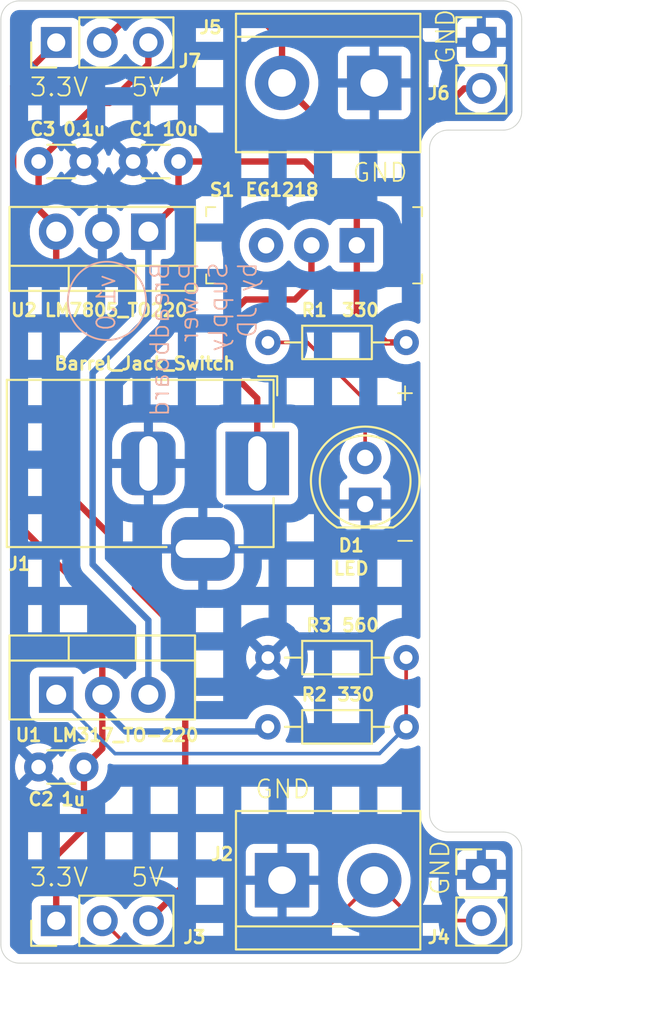
<source format=kicad_pcb>
(kicad_pcb (version 20241229) (generator "pcbnew") (generator_version "9.0")
  (title_block (title "Breadboard Power Supply") (date "2025-09-04") (rev "1.0") (company "https://www.michellemaia.com"))
  (layers (0 "F.Cu" signal) (2 "B.Cu" signal) (13 "F.Paste" user) (15 "B.Paste" user) (5 "F.SilkS" user "F.Silkscreen") (7 "B.SilkS" user "B.Silkscreen") (1 "F.Mask" user) (3 "B.Mask" user) (25 "Edge.Cuts" user))
  (net 0 "")
  (net 1 "/12V")
  (net 2 "GND")
  (net 3 "/3.3V")
  (net 4 "/5V")
  (net 5 "Net-(D1-A)")
  (net 6 "/PWR_input")
  (net 7 "/PWR_OUT_BOT")
  (net 8 "/PWR_OUT_TOP")
  (net 9 "Net-(U1-ADJ)")
  (footprint "LED_THT:LED_D5.0mm" (layer "F.Cu") (at 72.398 89.413 90)
    (property "Reference" "D1" (at -2.281 -0.77 0) (layer "F.SilkS") (effects (font (size 0.7 0.7))))
    (property "Value" "LED" (at -3.551 -0.77 0) (layer "F.SilkS") (effects (font (size 0.7 0.7))))
    (fp_line (start -1.29 -1.545) (end -1.29 1.545) (stroke (width 0.12)) (layer "F.SilkS"))
    (fp_arc (start -1.29 -1.54483) (mid 2.071779 -2.880495) (end 4.26 0) (stroke (width 0.12)) (layer "F.SilkS"))
    (fp_arc (start 4.26 0) (mid 2.071779 2.880495) (end -1.29 1.54483) (stroke (width 0.12)) (layer "F.SilkS"))
    (fp_circle (center 1.27 0) (end 3.77 0) (stroke (width 0.12)) (fill no) (layer "F.SilkS"))
    (pad "1" thru_hole rect (at 0 0 90) (size 1.8 1.8) (drill 0.9) (layers "*.Cu" "*.Mask") (net 2 "GND"))
    (pad "2" thru_hole circle (at 2.54 0 90) (size 1.8 1.8) (drill 0.9) (layers "*.Cu" "*.Mask") (net 5 "Net-(D1-A)"))
  )
  (footprint "Capacitor_THT:C_Disc_D3.0mm_W1.6mm_P2.50mm" (layer "F.Cu") (at 62.112 70.5612 180)
    (property "Reference" "C1" (at 2.015 1.778 0) (layer "F.SilkS") (effects (font (size 0.7 0.7))))
    (property "Value" "10u" (at -0.118 1.778 0) (layer "F.SilkS") (effects (font (size 0.7 0.7))))
    (fp_line (start 2.015 0.92) (end 0.485 0.92) (stroke (width 0.12)) (layer "F.SilkS"))
    (fp_line (start 0.485 -0.92) (end 2.015 -0.92) (stroke (width 0.12)) (layer "F.SilkS"))
    (pad "1" thru_hole circle (at 0 0 180) (size 1.6 1.6) (drill 0.8) (layers "*.Cu" "*.Mask") (net 1 "/12V"))
    (pad "2" thru_hole circle (at 2.5 0 180) (size 1.6 1.6) (drill 0.8) (layers "*.Cu" "*.Mask") (net 2 "GND"))
  )
  (footprint "TerminalBlock:TerminalBlock_bornier-2_P5.08mm" (layer "F.Cu") (at 72.898 66.238 180)
    (property "Reference" "J5" (at 9.017 3.057504 0) (layer "F.SilkS") (effects (font (size 0.7 0.7))))
    (property "Value" "Screw_Terminal_01x02" (hide yes))
    (fp_line (start 7.62 3.81) (end 7.62 -3.81) (stroke (width 0.12)) (layer "F.SilkS"))
    (fp_line (start 7.62 2.54) (end -2.54 2.54) (stroke (width 0.12)) (layer "F.SilkS"))
    (fp_line (start 7.62 -3.81) (end -2.54 -3.81) (stroke (width 0.12)) (layer "F.SilkS"))
    (fp_line (start -2.54 3.81) (end 7.62 3.81) (stroke (width 0.12)) (layer "F.SilkS"))
    (fp_line (start -2.54 -3.81) (end -2.54 3.81) (stroke (width 0.12)) (layer "F.SilkS"))
    (pad "1" thru_hole rect (at 0 0 180) (size 3 3) (drill 1.52) (layers "*.Cu" "*.Mask") (net 2 "GND"))
    (pad "2" thru_hole circle (at 5.08 0 180) (size 3 3) (drill 1.52) (layers "*.Cu" "*.Mask") (net 8 "/PWR_OUT_TOP"))
  )
  (footprint "digikey-footprints:Switch_Slide_11.6x4mm_EG1218" (layer "F.Cu") (at 71.938 75.172 180)
    (property "Reference" "S1" (at 7.422 3.048 0) (layer "F.SilkS") (effects (font (size 0.7 0.7))))
    (property "Value" "EG1218" (at 4.12 3.048 0) (layer "F.SilkS") (effects (font (size 0.7 0.7))))
    (fp_line (start 8.3 2.1) (end 8.3 1.6) (stroke (width 0.1)) (layer "F.SilkS"))
    (fp_line (start 8.3 2.1) (end 7.8 2.1) (stroke (width 0.1)) (layer "F.SilkS"))
    (fp_line (start 8.3 -2.1) (end 8.3 -1.6) (stroke (width 0.1)) (layer "F.SilkS"))
    (fp_line (start 8.3 -2.1) (end 7.8 -2.1) (stroke (width 0.1)) (layer "F.SilkS"))
    (fp_line (start -3.6 2.1) (end -3.1 2.1) (stroke (width 0.1)) (layer "F.SilkS"))
    (fp_line (start -3.6 2.1) (end -3.6 1.6) (stroke (width 0.1)) (layer "F.SilkS"))
    (fp_line (start -3.6 -2.1) (end -3.1 -2.1) (stroke (width 0.1)) (layer "F.SilkS"))
    (fp_line (start -3.6 -2.1) (end -3.6 -1.6) (stroke (width 0.1)) (layer "F.SilkS"))
    (pad "1" thru_hole rect (at 0 0 180) (size 1.9 1.9) (drill 0.9) (layers "*.Cu" "*.Mask") (net 1 "/12V"))
    (pad "2" thru_hole circle (at 2.5 0 180) (size 1.9 1.9) (drill 0.9) (layers "*.Cu" "*.Mask") (net 6 "/PWR_input"))
    (pad "3" thru_hole circle (at 5 0 180) (size 1.9 1.9) (drill 0.9) (layers "*.Cu" "*.Mask"))
  )
  (footprint "Resistor_THT:R_Axial_DIN0204_L3.6mm_D1.6mm_P7.62mm_Horizontal" (layer "F.Cu") (at 67.038 80.518)
    (property "Reference" "R1" (at 2.558 -1.778 0) (layer "F.SilkS") (effects (font (size 0.7 0.7))))
    (property "Value" "330" (at 5.098 -1.778 0) (layer "F.SilkS") (effects (font (size 0.7 0.7))))
    (fp_line (start 0.94 0) (end 1.89 0) (stroke (width 0.12)) (layer "F.SilkS"))
    (fp_line (start 6.68 0) (end 5.73 0) (stroke (width 0.12)) (layer "F.SilkS"))
    (fp_rect (start 1.89 -0.92) (end 5.73 0.92) (stroke (width 0.12)) (fill no) (layer "F.SilkS"))
    (pad "1" thru_hole circle (at 0 0) (size 1.4 1.4) (drill 0.7) (layers "*.Cu" "*.Mask") (net 5 "Net-(D1-A)"))
    (pad "2" thru_hole circle (at 7.62 0) (size 1.4 1.4) (drill 0.7) (layers "*.Cu" "*.Mask") (net 1 "/12V"))
  )
  (footprint "Connector_PinHeader_2.54mm:PinHeader_1x03_P2.54mm_Vertical" (layer "F.Cu") (at 55.372 64.008 90)
    (property "Reference" "J7" (at -1.016 7.366 0) (layer "F.SilkS") (effects (font (size 0.7 0.7))))
    (property "Value" "Conn_01x03_Pin" (hide yes))
    (fp_line (start -1.38 -1.38) (end 0 -1.38) (stroke (width 0.12)) (layer "F.SilkS"))
    (fp_line (start -1.38 0) (end -1.38 -1.38) (stroke (width 0.12)) (layer "F.SilkS"))
    (fp_line (start 1.38 1.27) (end 1.38 6.46) (stroke (width 0.12)) (layer "F.SilkS"))
    (fp_line (start -1.38 1.27) (end 1.38 1.27) (stroke (width 0.12)) (layer "F.SilkS"))
    (fp_line (start -1.38 1.27) (end -1.38 6.46) (stroke (width 0.12)) (layer "F.SilkS"))
    (fp_line (start -1.38 6.46) (end 1.38 6.46) (stroke (width 0.12)) (layer "F.SilkS"))
    (pad "1" thru_hole rect (at 0 0 90) (size 1.7 1.7) (drill 1) (layers "*.Cu" "*.Mask") (net 3 "/3.3V"))
    (pad "2" thru_hole circle (at 0 2.54 90) (size 1.7 1.7) (drill 1) (layers "*.Cu" "*.Mask") (net 8 "/PWR_OUT_TOP"))
    (pad "3" thru_hole circle (at 0 5.08 90) (size 1.7 1.7) (drill 1) (layers "*.Cu" "*.Mask") (net 4 "/5V"))
  )
  (footprint "Resistor_THT:R_Axial_DIN0204_L3.6mm_D1.6mm_P7.62mm_Horizontal" (layer "F.Cu") (at 67.038 97.8662)
    (property "Reference" "R3" (at 2.812 -1.778 0) (layer "F.SilkS") (effects (font (size 0.7 0.7))))
    (property "Value" "560" (at 5.098 -1.778 0) (layer "F.SilkS") (effects (font (size 0.7 0.7))))
    (fp_line (start 0.94 0) (end 1.89 0) (stroke (width 0.12)) (layer "F.SilkS"))
    (fp_line (start 6.68 0) (end 5.73 0) (stroke (width 0.12)) (layer "F.SilkS"))
    (fp_rect (start 1.89 -0.92) (end 5.73 0.92) (stroke (width 0.12)) (fill no) (layer "F.SilkS"))
    (pad "1" thru_hole circle (at 0 0) (size 1.4 1.4) (drill 0.7) (layers "*.Cu" "*.Mask") (net 2 "GND"))
    (pad "2" thru_hole circle (at 7.62 0) (size 1.4 1.4) (drill 0.7) (layers "*.Cu" "*.Mask") (net 9 "Net-(U1-ADJ)"))
  )
  (footprint "Package_TO_SOT_THT:TO-220-3_Vertical" (layer "F.Cu") (at 60.452 74.422 180)
    (property "Reference" "U2" (at 6.858 -4.318 0) (layer "F.SilkS") (effects (font (size 0.7 0.7))))
    (property "Value" "LM7805_TO220" (at 1.778 -4.318 0) (layer "F.SilkS") (effects (font (size 0.7 0.7))))
    (fp_line (start 7.65 1.36) (end -2.57 1.36) (stroke (width 0.12)) (layer "F.SilkS"))
    (fp_line (start 7.65 -3.26) (end 7.65 1.36) (stroke (width 0.12)) (layer "F.SilkS"))
    (fp_line (start 4.39 -3.26) (end 4.39 -1.88) (stroke (width 0.12)) (layer "F.SilkS"))
    (fp_line (start 0.69 -3.26) (end 0.69 -1.88) (stroke (width 0.12)) (layer "F.SilkS"))
    (fp_line (start -2.57 1.36) (end -2.57 -3.26) (stroke (width 0.12)) (layer "F.SilkS"))
    (fp_line (start -2.57 -1.88) (end 7.65 -1.88) (stroke (width 0.12)) (layer "F.SilkS"))
    (fp_line (start -2.57 -3.26) (end 7.65 -3.26) (stroke (width 0.12)) (layer "F.SilkS"))
    (pad "1" thru_hole rect (at 0 0 180) (size 1.905 2) (drill 1.1) (layers "*.Cu" "*.Mask") (net 1 "/12V"))
    (pad "2" thru_hole oval (at 2.54 0 180) (size 1.905 2) (drill 1.1) (layers "*.Cu" "*.Mask") (net 2 "GND"))
    (pad "3" thru_hole oval (at 5.08 0 180) (size 1.905 2) (drill 1.1) (layers "*.Cu" "*.Mask") (net 4 "/5V"))
  )
  (footprint "Connector_PinHeader_2.54mm:PinHeader_1x03_P2.54mm_Vertical" (layer "F.Cu") (at 55.372 112.348 90)
    (property "Reference" "J3" (at -0.9044 7.62 180) (layer "F.SilkS") (effects (font (size 0.7 0.7))))
    (property "Value" "Conn_01x03_Pin" (hide yes))
    (fp_line (start -1.38 -1.38) (end 0 -1.38) (stroke (width 0.12)) (layer "F.SilkS"))
    (fp_line (start -1.38 0) (end -1.38 -1.38) (stroke (width 0.12)) (layer "F.SilkS"))
    (fp_line (start 1.38 1.27) (end 1.38 6.46) (stroke (width 0.12)) (layer "F.SilkS"))
    (fp_line (start -1.38 1.27) (end 1.38 1.27) (stroke (width 0.12)) (layer "F.SilkS"))
    (fp_line (start -1.38 1.27) (end -1.38 6.46) (stroke (width 0.12)) (layer "F.SilkS"))
    (fp_line (start -1.38 6.46) (end 1.38 6.46) (stroke (width 0.12)) (layer "F.SilkS"))
    (pad "1" thru_hole rect (at 0 0 90) (size 1.7 1.7) (drill 1) (layers "*.Cu" "*.Mask") (net 3 "/3.3V"))
    (pad "2" thru_hole circle (at 0 2.54 90) (size 1.7 1.7) (drill 1) (layers "*.Cu" "*.Mask") (net 7 "/PWR_OUT_BOT"))
    (pad "3" thru_hole circle (at 0 5.08 90) (size 1.7 1.7) (drill 1) (layers "*.Cu" "*.Mask") (net 4 "/5V"))
  )
  (footprint "Connector_PinHeader_2.54mm:PinHeader_1x02_P2.54mm_Vertical" (layer "F.Cu") (at 78.8 109.798)
    (property "Reference" "J4" (at -2.346 3.4544 0) (layer "F.SilkS") (effects (font (size 0.7 0.7))))
    (property "Value" "Conn_01x02_Pin" (hide yes))
    (fp_line (start -1.38 -1.38) (end 0 -1.38) (stroke (width 0.12)) (layer "F.SilkS"))
    (fp_line (start -1.38 0) (end -1.38 -1.38) (stroke (width 0.12)) (layer "F.SilkS"))
    (fp_line (start -1.38 1.27) (end -1.38 3.92) (stroke (width 0.12)) (layer "F.SilkS"))
    (fp_line (start -1.38 1.27) (end 1.38 1.27) (stroke (width 0.12)) (layer "F.SilkS"))
    (fp_line (start -1.38 3.92) (end 1.38 3.92) (stroke (width 0.12)) (layer "F.SilkS"))
    (fp_line (start 1.38 1.27) (end 1.38 3.92) (stroke (width 0.12)) (layer "F.SilkS"))
    (pad "1" thru_hole rect (at 0 0) (size 1.7 1.7) (drill 1) (layers "*.Cu" "*.Mask") (net 2 "GND"))
    (pad "2" thru_hole circle (at 0 2.54) (size 1.7 1.7) (drill 1) (layers "*.Cu" "*.Mask") (net 7 "/PWR_OUT_BOT"))
  )
  (footprint "Package_TO_SOT_THT:TO-220-3_Vertical" (layer "F.Cu") (at 55.372 99.9084)
    (property "Reference" "U1" (at -1.524 2.222 0) (layer "F.SilkS") (effects (font (size 0.7 0.7))))
    (property "Value" "LM317_TO-220" (at 3.81 2.222 0) (layer "F.SilkS") (effects (font (size 0.7 0.7))))
    (fp_line (start -2.57 -3.26) (end 7.65 -3.26) (stroke (width 0.12)) (layer "F.SilkS"))
    (fp_line (start -2.57 -1.88) (end 7.65 -1.88) (stroke (width 0.12)) (layer "F.SilkS"))
    (fp_line (start -2.57 1.36) (end -2.57 -3.26) (stroke (width 0.12)) (layer "F.SilkS"))
    (fp_line (start 0.69 -3.26) (end 0.69 -1.88) (stroke (width 0.12)) (layer "F.SilkS"))
    (fp_line (start 4.39 -3.26) (end 4.39 -1.88) (stroke (width 0.12)) (layer "F.SilkS"))
    (fp_line (start 7.65 -3.26) (end 7.65 1.36) (stroke (width 0.12)) (layer "F.SilkS"))
    (fp_line (start 7.65 1.36) (end -2.57 1.36) (stroke (width 0.12)) (layer "F.SilkS"))
    (pad "1" thru_hole rect (at 0 0) (size 1.905 2) (drill 1.1) (layers "*.Cu" "*.Mask") (net 9 "Net-(U1-ADJ)"))
    (pad "2" thru_hole oval (at 2.54 0) (size 1.905 2) (drill 1.1) (layers "*.Cu" "*.Mask") (net 3 "/3.3V"))
    (pad "3" thru_hole oval (at 5.08 0) (size 1.905 2) (drill 1.1) (layers "*.Cu" "*.Mask") (net 1 "/12V"))
  )
  (footprint "Capacitor_THT:C_Disc_D3.0mm_W1.6mm_P2.50mm" (layer "F.Cu") (at 54.4014 70.5612)
    (property "Reference" "C3" (at 0.234 -1.778 0) (layer "F.SilkS") (effects (font (size 0.7 0.7))))
    (property "Value" "0.1u" (at 2.52 -1.778 0) (layer "F.SilkS") (effects (font (size 0.7 0.7))))
    (fp_line (start 0.485 -0.92) (end 2.015 -0.92) (stroke (width 0.12)) (layer "F.SilkS"))
    (fp_line (start 2.015 0.92) (end 0.485 0.92) (stroke (width 0.12)) (layer "F.SilkS"))
    (pad "1" thru_hole circle (at 0 0) (size 1.6 1.6) (drill 0.8) (layers "*.Cu" "*.Mask") (net 4 "/5V"))
    (pad "2" thru_hole circle (at 2.5 0) (size 1.6 1.6) (drill 0.8) (layers "*.Cu" "*.Mask") (net 2 "GND"))
  )
  (footprint "Connector_BarrelJack:BarrelJack_Horizontal" (layer "F.Cu") (at 66.452 87.1805)
    (property "Reference" "J1" (at -13.112 5.5295 0) (layer "F.SilkS") (effects (font (size 0.7 0.7))))
    (property "Value" "Barrel_Jack_Switch" (at -6.2 -5.5 0) (layer "F.SilkS") (effects (font (size 0.7 0.7))))
    (fp_line (start -13.8 -4.6) (end 0.9 -4.6) (stroke (width 0.12)) (layer "F.SilkS"))
    (fp_line (start -13.8 4.6) (end -13.8 -4.6) (stroke (width 0.12)) (layer "F.SilkS"))
    (fp_line (start -5 4.6) (end -13.8 4.6) (stroke (width 0.12)) (layer "F.SilkS"))
    (fp_line (start 0.05 -4.8) (end 1.1 -4.8) (stroke (width 0.12)) (layer "F.SilkS"))
    (fp_line (start 0.9 -4.6) (end 0.9 -2) (stroke (width 0.12)) (layer "F.SilkS"))
    (fp_line (start 0.9 1.9) (end 0.9 4.6) (stroke (width 0.12)) (layer "F.SilkS"))
    (fp_line (start 0.9 4.6) (end -1 4.6) (stroke (width 0.12)) (layer "F.SilkS"))
    (fp_line (start 1.1 -3.75) (end 1.1 -4.8) (stroke (width 0.12)) (layer "F.SilkS"))
    (pad "1" thru_hole rect (at 0 0) (size 3.5 3.5) (drill oval 1 3) (layers "*.Cu" "*.Mask") (net 6 "/PWR_input"))
    (pad "2" thru_hole roundrect (at -6 0) (size 3 3.5) (drill oval 1 3) (layers "*.Cu" "*.Mask") (net 2 "GND"))
    (pad "3" thru_hole roundrect (at -3 4.7) (size 3.5 3.5) (drill oval 3 1) (layers "*.Cu" "*.Mask") (net 2 "GND"))
  )
  (footprint "Capacitor_THT:C_Disc_D3.0mm_W1.6mm_P2.50mm" (layer "F.Cu") (at 56.9014 103.886 180)
    (property "Reference" "C2" (at 2.364 -1.778 0) (layer "F.SilkS") (effects (font (size 0.7 0.7))))
    (property "Value" "1u" (at 0.586 -1.778 0) (layer "F.SilkS") (effects (font (size 0.7 0.7))))
    (fp_line (start 2.015 0.92) (end 0.485 0.92) (stroke (width 0.12)) (layer "F.SilkS"))
    (fp_line (start 0.485 -0.92) (end 2.015 -0.92) (stroke (width 0.12)) (layer "F.SilkS"))
    (pad "1" thru_hole circle (at 0 0 180) (size 1.6 1.6) (drill 0.8) (layers "*.Cu" "*.Mask") (net 3 "/3.3V"))
    (pad "2" thru_hole circle (at 2.5 0 180) (size 1.6 1.6) (drill 0.8) (layers "*.Cu" "*.Mask") (net 2 "GND"))
  )
  (footprint "TerminalBlock:TerminalBlock_bornier-2_P5.08mm" (layer "F.Cu") (at 67.818 110.118)
    (property "Reference" "J2" (at -3.302 -1.4376 0) (layer "F.SilkS") (effects (font (size 0.7 0.7))))
    (property "Value" "Screw_Terminal_01x02" (hide yes))
    (fp_line (start -2.54 -3.81) (end -2.54 3.81) (stroke (width 0.12)) (layer "F.SilkS"))
    (fp_line (start -2.54 3.81) (end 7.62 3.81) (stroke (width 0.12)) (layer "F.SilkS"))
    (fp_line (start 7.62 -3.81) (end -2.54 -3.81) (stroke (width 0.12)) (layer "F.SilkS"))
    (fp_line (start 7.62 2.54) (end -2.54 2.54) (stroke (width 0.12)) (layer "F.SilkS"))
    (fp_line (start 7.62 3.81) (end 7.62 -3.81) (stroke (width 0.12)) (layer "F.SilkS"))
    (pad "1" thru_hole rect (at 0 0) (size 3 3) (drill 1.52) (layers "*.Cu" "*.Mask") (net 2 "GND"))
    (pad "2" thru_hole circle (at 5.08 0) (size 3 3) (drill 1.52) (layers "*.Cu" "*.Mask") (net 7 "/PWR_OUT_BOT"))
  )
  (footprint "Connector_PinHeader_2.54mm:PinHeader_1x02_P2.54mm_Vertical" (layer "F.Cu") (at 78.8 64)
    (property "Reference" "J6" (at -2.346 2.802 0) (layer "F.SilkS") (effects (font (size 0.7 0.7))))
    (property "Value" "Conn_01x02_Pin" (hide yes))
    (fp_line (start -1.38 -1.38) (end 0 -1.38) (stroke (width 0.12)) (layer "F.SilkS"))
    (fp_line (start -1.38 0) (end -1.38 -1.38) (stroke (width 0.12)) (layer "F.SilkS"))
    (fp_line (start -1.38 1.27) (end -1.38 3.92) (stroke (width 0.12)) (layer "F.SilkS"))
    (fp_line (start -1.38 1.27) (end 1.38 1.27) (stroke (width 0.12)) (layer "F.SilkS"))
    (fp_line (start -1.38 3.92) (end 1.38 3.92) (stroke (width 0.12)) (layer "F.SilkS"))
    (fp_line (start 1.38 1.27) (end 1.38 3.92) (stroke (width 0.12)) (layer "F.SilkS"))
    (pad "1" thru_hole rect (at 0 0) (size 1.7 1.7) (drill 1) (layers "*.Cu" "*.Mask") (net 2 "GND"))
    (pad "2" thru_hole circle (at 0 2.54) (size 1.7 1.7) (drill 1) (layers "*.Cu" "*.Mask") (net 8 "/PWR_OUT_TOP"))
  )
  (footprint "Resistor_THT:R_Axial_DIN0204_L3.6mm_D1.6mm_P7.62mm_Horizontal" (layer "F.Cu") (at 74.658 101.6762 180)
    (property "Reference" "R2" (at 5.062 1.778 0) (layer "F.SilkS") (effects (font (size 0.7 0.7))))
    (property "Value" "330" (at 2.776 1.778 0) (layer "F.SilkS") (effects (font (size 0.7 0.7))))
    (fp_line (start 6.68 0) (end 5.73 0) (stroke (width 0.12)) (layer "F.SilkS"))
    (fp_line (start 0.94 0) (end 1.89 0) (stroke (width 0.12)) (layer "F.SilkS"))
    (fp_rect (start 1.89 -0.92) (end 5.73 0.92) (stroke (width 0.12)) (fill no) (layer "F.SilkS"))
    (pad "1" thru_hole circle (at 0 0 180) (size 1.4 1.4) (drill 0.7) (layers "*.Cu" "*.Mask") (net 9 "Net-(U1-ADJ)"))
    (pad "2" thru_hole circle (at 7.62 0 180) (size 1.4 1.4) (drill 0.7) (layers "*.Cu" "*.Mask") (net 3 "/3.3V"))
  )
  (gr_circle (center 58.169739 78.232) (end 56.645739 76.708) (stroke (width 0.1)) (fill no) (layer "B.SilkS"))
  (gr_line (start 80.01 114.681) (end 53.34 114.681) (stroke (width 0.05)) (layer "Edge.Cuts"))
  (gr_line (start 75.946 106.4514) (end 75.946 69.85) (stroke (width 0.05)) (layer "Edge.Cuts"))
  (gr_arc (start 52.324 62.738) (mid 52.62158 62.01958) (end 53.34 61.722) (stroke (width 0.05)) (layer "Edge.Cuts"))
  (gr_arc (start 80.01 107.4674) (mid 80.72842 107.76498) (end 81.026 108.4834) (stroke (width 0.05)) (layer "Edge.Cuts"))
  (gr_arc (start 81.026 67.818) (mid 80.72842 68.53642) (end 80.01 68.834) (stroke (width 0.05)) (layer "Edge.Cuts"))
  (gr_line (start 76.962 107.4674) (end 80.01 107.4674) (stroke (width 0.05)) (layer "Edge.Cuts"))
  (gr_line (start 52.324 62.738) (end 52.324 113.665) (stroke (width 0.05)) (layer "Edge.Cuts"))
  (gr_line (start 76.962 68.834) (end 80.01 68.834) (stroke (width 0.05)) (layer "Edge.Cuts"))
  (gr_arc (start 81.026 113.665) (mid 80.72842 114.38342) (end 80.01 114.681) (stroke (width 0.05)) (layer "Edge.Cuts"))
  (gr_line (start 81.026 67.818) (end 81.026 62.738) (stroke (width 0.05)) (layer "Edge.Cuts"))
  (gr_arc (start 80.01 61.722) (mid 80.72842 62.01958) (end 81.026 62.738) (stroke (width 0.05)) (layer "Edge.Cuts"))
  (gr_arc (start 53.34 114.681) (mid 52.62158 114.38342) (end 52.324 113.665) (stroke (width 0.05)) (layer "Edge.Cuts"))
  (gr_line (start 80.01 61.722) (end 53.34 61.722) (stroke (width 0.05)) (layer "Edge.Cuts"))
  (gr_arc (start 76.962 107.4674) (mid 76.24358 107.16982) (end 75.946 106.4514) (stroke (width 0.05)) (layer "Edge.Cuts"))
  (gr_line (start 81.026 113.665) (end 81.026 108.4834) (stroke (width 0.05)) (layer "Edge.Cuts"))
  (gr_arc (start 75.946 69.85) (mid 76.24358 69.13158) (end 76.962 68.834) (stroke (width 0.05)) (layer "Edge.Cuts"))
  (gr_text "3.3V" (at 53.848 67.056 0) (layer "F.SilkS") (effects (font (size 1 1) (thickness 0.1)) (justify left bottom)))
  (gr_text "GND" (at 66.2686 105.6894 0) (layer "F.SilkS") (effects (font (size 1 1) (thickness 0.1)) (justify left bottom)))
  (gr_text "3.3V" (at 53.848 110.5408 0) (layer "F.SilkS") (effects (font (size 1 1) (thickness 0.1)) (justify left bottom)))
  (gr_text "GND" (at 77.42 65.27 90) (layer "F.SilkS") (effects (font (size 1 1) (thickness 0.1)) (justify left bottom)))
  (gr_text "5V" (at 59.436 110.5408 0) (layer "F.SilkS") (effects (font (size 1 1) (thickness 0.1)) (justify left bottom)))
  (gr_text "+" (at 73.914 83.82 0) (layer "F.SilkS") (effects (font (size 1 1) (thickness 0.1)) (justify left bottom)))
  (gr_text "5V" (at 59.436 67.056 0) (layer "F.SilkS") (effects (font (size 1 1) (thickness 0.1)) (justify left bottom)))
  (gr_text "-" (at 73.914 91.948 0) (layer "F.SilkS") (effects (font (size 1 1) (thickness 0.1)) (justify left bottom)))
  (gr_text "GND" (at 71.628 71.755 0) (layer "F.SilkS") (effects (font (size 1 1) (thickness 0.1)) (justify left bottom)))
  (gr_text "GND" (at 77.1144 111.0234 90) (layer "F.SilkS") (effects (font (size 1 1) (thickness 0.1)) (justify left bottom)))
  (gr_text "v1.0" (at 58.709239 76.691311 90) (layer "B.SilkS") (effects (font (size 1 1) (thickness 0.1)) (justify left bottom mirror)))
  (gr_text "Breadboard\nPower\nSupply\nby JD" (at 66.5 76.026739 90) (layer "B.SilkS") (effects (font (size 1 1) (thickness 0.1)) (justify left bottom mirror)))
  (segment (start 69.088 70.5612) (end 62.112 70.5612) (width 0.35) (layer "F.Cu") (net 1))
  (segment (start 62.1284 71.9074) (end 62.112 71.891) (width 0.35) (layer "F.Cu") (net 1))
  (segment (start 60.452 74.422) (end 62.1284 72.7456) (width 0.35) (layer "F.Cu") (net 1))
  (segment (start 62.112 71.891) (end 62.112 70.5612) (width 0.35) (layer "F.Cu") (net 1))
  (segment (start 74.658 80.518) (end 73.5584 80.518) (width 0.35) (layer "F.Cu") (net 1))
  (segment (start 73.5584 80.518) (end 71.9328 78.8924) (width 0.35) (layer "F.Cu") (net 1))
  (segment (start 71.938 75.172) (end 71.938 73.4112) (width 0.35) (layer "F.Cu") (net 1))
  (segment (start 71.938 78.8872) (end 71.938 75.172) (width 0.35) (layer "F.Cu") (net 1))
  (segment (start 71.9328 78.8924) (end 71.938 78.8872) (width 0.35) (layer "F.Cu") (net 1))
  (segment (start 62.1284 72.7456) (end 62.1284 71.9074) (width 0.35) (layer "F.Cu") (net 1))
  (segment (start 71.938 73.4112) (end 69.088 70.5612) (width 0.35) (layer "F.Cu") (net 1))
  (segment (start 60.452 95.8088) (end 57.3786 92.7354) (width 0.35) (layer "B.Cu") (net 1))
  (segment (start 60.452 99.9084) (end 60.452 95.8088) (width 0.35) (layer "B.Cu") (net 1))
  (segment (start 57.3786 92.7354) (end 57.3786 82.1944) (width 0.35) (layer "B.Cu") (net 1))
  (segment (start 57.3786 82.1944) (end 60.452 79.121) (width 0.35) (layer "B.Cu") (net 1))
  (segment (start 60.452 79.121) (end 60.452 74.422) (width 0.35) (layer "B.Cu") (net 1))
  (segment (start 73.144 66.54) (end 72.898 66.294) (width 0.35) (layer "F.Cu") (net 2))
  (segment (start 57.912 102.8754) (end 56.9014 103.886) (width 0.35) (layer "F.Cu") (net 3))
  (segment (start 55.372 108.7882) (end 56.9014 107.2588) (width 0.35) (layer "F.Cu") (net 3))
  (segment (start 57.912 95.1738) (end 57.912 99.9084) (width 0.35) (layer "F.Cu") (net 3))
  (segment (start 56.9014 107.2588) (end 56.9014 103.886) (width 0.35) (layer "F.Cu") (net 3))
  (segment (start 53 66.4054) (end 53 90.2618) (width 0.35) (layer "F.Cu") (net 3))
  (segment (start 55.372 112.348) (end 55.372 108.7882) (width 0.35) (layer "F.Cu") (net 3))
  (segment (start 53 90.2618) (end 57.912 95.1738) (width 0.35) (layer "F.Cu") (net 3))
  (segment (start 55.372 64.0334) (end 53 66.4054) (width 0.35) (layer "F.Cu") (net 3))
  (segment (start 57.912 99.9084) (end 57.912 102.8754) (width 0.35) (layer "F.Cu") (net 3))
  (segment (start 55.372 64.008) (end 55.372 64.0334) (width 0.35) (layer "F.Cu") (net 3))
  (segment (start 57.912 99.9084) (end 57.912 100.6348) (width 0.35) (layer "B.Cu") (net 3))
  (segment (start 59.2074 101.9302) (end 66.784 101.9302) (width 0.35) (layer "B.Cu") (net 3))
  (segment (start 57.912 100.6348) (end 59.2074 101.9302) (width 0.35) (layer "B.Cu") (net 3))
  (segment (start 66.784 101.9302) (end 67.038 101.6762) (width 0.35) (layer "B.Cu") (net 3))
  (segment (start 62.484 110.316) (end 60.452 112.348) (width 0.35) (layer "F.Cu") (net 4))
  (segment (start 59.7154 92.5068) (end 59.7154 94.0054) (width 0.35) (layer "F.Cu") (net 4))
  (segment (start 55.372 74.168) (end 55.372 74.422) (width 0.35) (layer "F.Cu") (net 4))
  (segment (start 54.4014 70.5612) (end 57.6272 67.3354) (width 0.35) (layer "F.Cu") (net 4))
  (segment (start 62.484 96.774) (end 62.484 110.316) (width 0.35) (layer "F.Cu") (net 4))
  (segment (start 57.6272 67.3354) (end 58.3184 67.3354) (width 0.35) (layer "F.Cu") (net 4))
  (segment (start 55.372 88.1634) (end 59.7154 92.5068) (width 0.35) (layer "F.Cu") (net 4))
  (segment (start 58.3184 67.3354) (end 60.452 65.2018) (width 0.35) (layer "F.Cu") (net 4))
  (segment (start 55.372 74.422) (end 55.372 88.1634) (width 0.35) (layer "F.Cu") (net 4))
  (segment (start 59.7154 94.0054) (end 62.484 96.774) (width 0.35) (layer "F.Cu") (net 4))
  (segment (start 54.4014 73.1974) (end 55.372 74.168) (width 0.35) (layer "F.Cu") (net 4))
  (segment (start 54.4014 70.5612) (end 54.4014 73.1974) (width 0.35) (layer "F.Cu") (net 4))
  (segment (start 60.452 65.2018) (end 60.452 64.008) (width 0.35) (layer "F.Cu") (net 4))
  (segment (start 67.038 80.518) (end 69.215 80.518) (width 0.2) (layer "F.Cu") (net 5))
  (segment (start 69.215 80.518) (end 72.398 83.701) (width 0.2) (layer "F.Cu") (net 5))
  (segment (start 72.398 83.701) (end 72.398 86.873) (width 0.2) (layer "F.Cu") (net 5))
  (segment (start 64.7192 81.8642) (end 66.452 83.597) (width 0.35) (layer "F.Cu") (net 6))
  (segment (start 68.5292 78.1558) (end 65.8114 78.1558) (width 0.35) (layer "F.Cu") (net 6))
  (segment (start 69.438 77.247) (end 68.5292 78.1558) (width 0.35) (layer "F.Cu") (net 6))
  (segment (start 69.438 75.172) (end 69.438 77.247) (width 0.35) (layer "F.Cu") (net 6))
  (segment (start 64.7192 79.248) (end 64.7192 81.8642) (width 0.35) (layer "F.Cu") (net 6))
  (segment (start 65.8114 78.1558) (end 64.7192 79.248) (width 0.35) (layer "F.Cu") (net 6))
  (segment (start 66.452 83.597) (end 66.452 87.1805) (width 0.35) (layer "F.Cu") (net 6))
  (segment (start 69.097 113.919) (end 59.483 113.919) (width 0.2) (layer "F.Cu") (net 7))
  (segment (start 72.898 110.118) (end 69.097 113.919) (width 0.2) (layer "F.Cu") (net 7))
  (segment (start 75.118 112.338) (end 78.8 112.338) (width 0.2) (layer "F.Cu") (net 7))
  (segment (start 72.898 110.118) (end 75.118 112.338) (width 0.2) (layer "F.Cu") (net 7))
  (segment (start 59.483 113.919) (end 57.912 112.348) (width 0.2) (layer "F.Cu") (net 7))
  (segment (start 75.819 68.58) (end 77.859 66.54) (width 0.35) (layer "F.Cu") (net 8))
  (segment (start 67.818 66.238) (end 67.818 63.881) (width 0.35) (layer "F.Cu") (net 8))
  (segment (start 66.421 62.484) (end 59.436 62.484) (width 0.35) (layer "F.Cu") (net 8))
  (segment (start 70.16 68.58) (end 75.819 68.58) (width 0.35) (layer "F.Cu") (net 8))
  (segment (start 59.436 62.484) (end 57.912 64.008) (width 0.35) (layer "F.Cu") (net 8))
  (segment (start 67.818 66.238) (end 70.16 68.58) (width 0.35) (layer "F.Cu") (net 8))
  (segment (start 67.818 63.881) (end 66.421 62.484) (width 0.35) (layer "F.Cu") (net 8))
  (segment (start 77.859 66.54) (end 78.8 66.54) (width 0.35) (layer "F.Cu") (net 8))
  (segment (start 74.658 97.8662) (end 74.658 101.6762) (width 0.2) (layer "F.Cu") (net 9))
  (segment (start 55.372 99.9084) (end 58.613 103.1494) (width 0.2) (layer "B.Cu") (net 9))
  (segment (start 58.613 103.1494) (end 73.1848 103.1494) (width 0.2) (layer "B.Cu") (net 9))
  (segment (start 73.1848 103.1494) (end 74.658 101.6762) (width 0.2) (layer "B.Cu") (net 9))
  (zone (net 2) (net_name "GND") (layer "B.Cu") (connect_pads (clearance 0.5)) (min_thickness 0.25) (fill yes (mode hatch) (thermal_gap 0.5) (thermal_bridge_width 0.5) (hatch_thickness 1) (hatch_gap 1.5) (hatch_orientation 0) (hatch_border_algorithm hatch_thickness) (hatch_min_hole_area 0.3))
    (polygon (pts (xy 53.4162 61.976) (xy 52.6288 62.5602) (xy 52.6288 113.5888) (xy 53.3908 114.3) (xy 79.5528 114.3) (xy 80.6704 113.5634) (xy 80.6958 108.458) (xy 80.0608 107.7468) (xy 76.2762 107.7468) (xy 75.5396 106.4514) (xy 75.5396 69.342) (xy 76.327 68.4276) (xy 80.01 68.4276) (xy 80.7212 67.5894) (xy 80.7212 62.5094) (xy 80.137 61.976)))
  )
)
</source>
